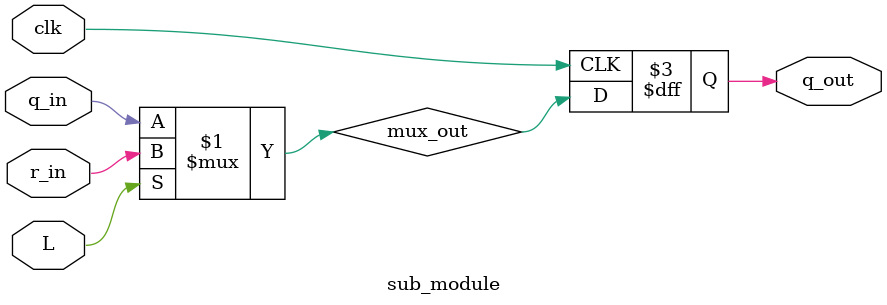
<source format=sv>
module top_module (
    input clk,
    input L,
    input [2:0] r,
    output reg [2:0] q
);

    sub_module u0 (clk, L, r[0], q[2], q[0]);
    sub_module u1 (clk, L, r[1], q[0], q[1]);
    sub_module u2 (clk, L, r[2], q[1], q[2]);

endmodule
module sub_module (
    input clk,
    input L,
    input r_in,
    input q_in,
    output reg q_out
);

    wire mux_out;

    assign mux_out = L ? r_in : q_in;

    always @(posedge clk) begin
        q_out <= mux_out;
    end

endmodule

</source>
